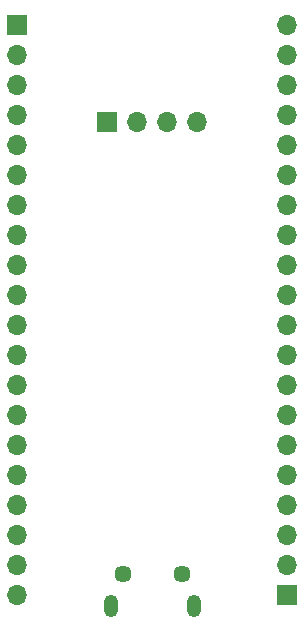
<source format=gbr>
%TF.GenerationSoftware,KiCad,Pcbnew,8.0.4*%
%TF.CreationDate,2025-08-17T17:27:16+02:00*%
%TF.ProjectId,stm32l432kcu6_eval,73746d33-326c-4343-9332-6b6375365f65,rev?*%
%TF.SameCoordinates,Original*%
%TF.FileFunction,Soldermask,Bot*%
%TF.FilePolarity,Negative*%
%FSLAX46Y46*%
G04 Gerber Fmt 4.6, Leading zero omitted, Abs format (unit mm)*
G04 Created by KiCad (PCBNEW 8.0.4) date 2025-08-17 17:27:16*
%MOMM*%
%LPD*%
G01*
G04 APERTURE LIST*
%ADD10O,1.200000X1.900000*%
%ADD11C,1.450000*%
%ADD12R,1.700000X1.700000*%
%ADD13O,1.700000X1.700000*%
G04 APERTURE END LIST*
D10*
%TO.C,J1*%
X146500000Y-125037500D03*
D11*
X147500000Y-122337500D03*
X152500000Y-122337500D03*
D10*
X153500000Y-125037500D03*
%TD*%
D12*
%TO.C,J4*%
X146190000Y-84100000D03*
D13*
X148730000Y-84100000D03*
X151270000Y-84100000D03*
X153810000Y-84100000D03*
%TD*%
D12*
%TO.C,J2*%
X138570000Y-75870000D03*
D13*
X138570000Y-78410000D03*
X138570000Y-80950000D03*
X138570000Y-83490000D03*
X138570000Y-86030000D03*
X138570000Y-88570000D03*
X138570000Y-91110000D03*
X138570000Y-93650000D03*
X138570000Y-96190000D03*
X138570000Y-98730000D03*
X138570000Y-101270000D03*
X138570000Y-103810000D03*
X138570000Y-106350000D03*
X138570000Y-108890000D03*
X138570000Y-111430000D03*
X138570000Y-113970000D03*
X138570000Y-116510000D03*
X138570000Y-119050000D03*
X138570000Y-121590000D03*
X138570000Y-124130000D03*
%TD*%
D12*
%TO.C,J3*%
X161430000Y-124130000D03*
D13*
X161430000Y-121590000D03*
X161430000Y-119050000D03*
X161430000Y-116510000D03*
X161430000Y-113970000D03*
X161430000Y-111430000D03*
X161430000Y-108890000D03*
X161430000Y-106350000D03*
X161430000Y-103810000D03*
X161430000Y-101270000D03*
X161430000Y-98730000D03*
X161430000Y-96190000D03*
X161430000Y-93650000D03*
X161430000Y-91110000D03*
X161430000Y-88570000D03*
X161430000Y-86030000D03*
X161430000Y-83490000D03*
X161430000Y-80950000D03*
X161430000Y-78410000D03*
X161430000Y-75870000D03*
%TD*%
M02*

</source>
